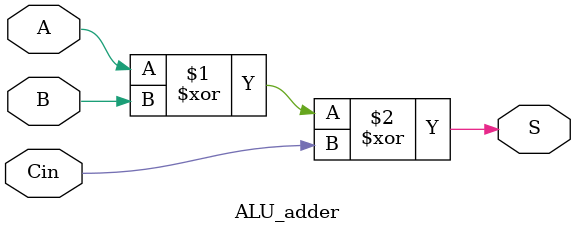
<source format=v>
module ALU_adder(S,A, B, Cin);
    input A, B, Cin;
    output S;
    
    xor XOR1(S,A,B,Cin);

endmodule
</source>
